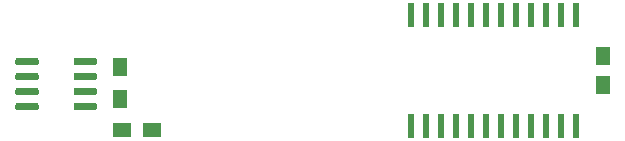
<source format=gbr>
G04 #@! TF.GenerationSoftware,KiCad,Pcbnew,(5.1.4-0-10_14)*
G04 #@! TF.CreationDate,2019-11-16T12:28:40+01:00*
G04 #@! TF.ProjectId,RWR Control Panel,52575220-436f-46e7-9472-6f6c2050616e,-*
G04 #@! TF.SameCoordinates,Original*
G04 #@! TF.FileFunction,Paste,Bot*
G04 #@! TF.FilePolarity,Positive*
%FSLAX46Y46*%
G04 Gerber Fmt 4.6, Leading zero omitted, Abs format (unit mm)*
G04 Created by KiCad (PCBNEW (5.1.4-0-10_14)) date 2019-11-16 12:28:40*
%MOMM*%
%LPD*%
G04 APERTURE LIST*
%ADD10C,0.100000*%
%ADD11C,0.600000*%
%ADD12R,1.500000X1.250000*%
%ADD13R,1.250000X1.500000*%
%ADD14R,1.300000X1.500000*%
%ADD15R,0.600000X2.000000*%
G04 APERTURE END LIST*
D10*
G36*
X113753903Y-94595122D02*
G01*
X113768464Y-94597282D01*
X113782743Y-94600859D01*
X113796603Y-94605818D01*
X113809910Y-94612112D01*
X113822536Y-94619680D01*
X113834359Y-94628448D01*
X113845266Y-94638334D01*
X113855152Y-94649241D01*
X113863920Y-94661064D01*
X113871488Y-94673690D01*
X113877782Y-94686997D01*
X113882741Y-94700857D01*
X113886318Y-94715136D01*
X113888478Y-94729697D01*
X113889200Y-94744400D01*
X113889200Y-95044400D01*
X113888478Y-95059103D01*
X113886318Y-95073664D01*
X113882741Y-95087943D01*
X113877782Y-95101803D01*
X113871488Y-95115110D01*
X113863920Y-95127736D01*
X113855152Y-95139559D01*
X113845266Y-95150466D01*
X113834359Y-95160352D01*
X113822536Y-95169120D01*
X113809910Y-95176688D01*
X113796603Y-95182982D01*
X113782743Y-95187941D01*
X113768464Y-95191518D01*
X113753903Y-95193678D01*
X113739200Y-95194400D01*
X112089200Y-95194400D01*
X112074497Y-95193678D01*
X112059936Y-95191518D01*
X112045657Y-95187941D01*
X112031797Y-95182982D01*
X112018490Y-95176688D01*
X112005864Y-95169120D01*
X111994041Y-95160352D01*
X111983134Y-95150466D01*
X111973248Y-95139559D01*
X111964480Y-95127736D01*
X111956912Y-95115110D01*
X111950618Y-95101803D01*
X111945659Y-95087943D01*
X111942082Y-95073664D01*
X111939922Y-95059103D01*
X111939200Y-95044400D01*
X111939200Y-94744400D01*
X111939922Y-94729697D01*
X111942082Y-94715136D01*
X111945659Y-94700857D01*
X111950618Y-94686997D01*
X111956912Y-94673690D01*
X111964480Y-94661064D01*
X111973248Y-94649241D01*
X111983134Y-94638334D01*
X111994041Y-94628448D01*
X112005864Y-94619680D01*
X112018490Y-94612112D01*
X112031797Y-94605818D01*
X112045657Y-94600859D01*
X112059936Y-94597282D01*
X112074497Y-94595122D01*
X112089200Y-94594400D01*
X113739200Y-94594400D01*
X113753903Y-94595122D01*
X113753903Y-94595122D01*
G37*
D11*
X112914200Y-94894400D03*
D10*
G36*
X113753903Y-93325122D02*
G01*
X113768464Y-93327282D01*
X113782743Y-93330859D01*
X113796603Y-93335818D01*
X113809910Y-93342112D01*
X113822536Y-93349680D01*
X113834359Y-93358448D01*
X113845266Y-93368334D01*
X113855152Y-93379241D01*
X113863920Y-93391064D01*
X113871488Y-93403690D01*
X113877782Y-93416997D01*
X113882741Y-93430857D01*
X113886318Y-93445136D01*
X113888478Y-93459697D01*
X113889200Y-93474400D01*
X113889200Y-93774400D01*
X113888478Y-93789103D01*
X113886318Y-93803664D01*
X113882741Y-93817943D01*
X113877782Y-93831803D01*
X113871488Y-93845110D01*
X113863920Y-93857736D01*
X113855152Y-93869559D01*
X113845266Y-93880466D01*
X113834359Y-93890352D01*
X113822536Y-93899120D01*
X113809910Y-93906688D01*
X113796603Y-93912982D01*
X113782743Y-93917941D01*
X113768464Y-93921518D01*
X113753903Y-93923678D01*
X113739200Y-93924400D01*
X112089200Y-93924400D01*
X112074497Y-93923678D01*
X112059936Y-93921518D01*
X112045657Y-93917941D01*
X112031797Y-93912982D01*
X112018490Y-93906688D01*
X112005864Y-93899120D01*
X111994041Y-93890352D01*
X111983134Y-93880466D01*
X111973248Y-93869559D01*
X111964480Y-93857736D01*
X111956912Y-93845110D01*
X111950618Y-93831803D01*
X111945659Y-93817943D01*
X111942082Y-93803664D01*
X111939922Y-93789103D01*
X111939200Y-93774400D01*
X111939200Y-93474400D01*
X111939922Y-93459697D01*
X111942082Y-93445136D01*
X111945659Y-93430857D01*
X111950618Y-93416997D01*
X111956912Y-93403690D01*
X111964480Y-93391064D01*
X111973248Y-93379241D01*
X111983134Y-93368334D01*
X111994041Y-93358448D01*
X112005864Y-93349680D01*
X112018490Y-93342112D01*
X112031797Y-93335818D01*
X112045657Y-93330859D01*
X112059936Y-93327282D01*
X112074497Y-93325122D01*
X112089200Y-93324400D01*
X113739200Y-93324400D01*
X113753903Y-93325122D01*
X113753903Y-93325122D01*
G37*
D11*
X112914200Y-93624400D03*
D10*
G36*
X113753903Y-92055122D02*
G01*
X113768464Y-92057282D01*
X113782743Y-92060859D01*
X113796603Y-92065818D01*
X113809910Y-92072112D01*
X113822536Y-92079680D01*
X113834359Y-92088448D01*
X113845266Y-92098334D01*
X113855152Y-92109241D01*
X113863920Y-92121064D01*
X113871488Y-92133690D01*
X113877782Y-92146997D01*
X113882741Y-92160857D01*
X113886318Y-92175136D01*
X113888478Y-92189697D01*
X113889200Y-92204400D01*
X113889200Y-92504400D01*
X113888478Y-92519103D01*
X113886318Y-92533664D01*
X113882741Y-92547943D01*
X113877782Y-92561803D01*
X113871488Y-92575110D01*
X113863920Y-92587736D01*
X113855152Y-92599559D01*
X113845266Y-92610466D01*
X113834359Y-92620352D01*
X113822536Y-92629120D01*
X113809910Y-92636688D01*
X113796603Y-92642982D01*
X113782743Y-92647941D01*
X113768464Y-92651518D01*
X113753903Y-92653678D01*
X113739200Y-92654400D01*
X112089200Y-92654400D01*
X112074497Y-92653678D01*
X112059936Y-92651518D01*
X112045657Y-92647941D01*
X112031797Y-92642982D01*
X112018490Y-92636688D01*
X112005864Y-92629120D01*
X111994041Y-92620352D01*
X111983134Y-92610466D01*
X111973248Y-92599559D01*
X111964480Y-92587736D01*
X111956912Y-92575110D01*
X111950618Y-92561803D01*
X111945659Y-92547943D01*
X111942082Y-92533664D01*
X111939922Y-92519103D01*
X111939200Y-92504400D01*
X111939200Y-92204400D01*
X111939922Y-92189697D01*
X111942082Y-92175136D01*
X111945659Y-92160857D01*
X111950618Y-92146997D01*
X111956912Y-92133690D01*
X111964480Y-92121064D01*
X111973248Y-92109241D01*
X111983134Y-92098334D01*
X111994041Y-92088448D01*
X112005864Y-92079680D01*
X112018490Y-92072112D01*
X112031797Y-92065818D01*
X112045657Y-92060859D01*
X112059936Y-92057282D01*
X112074497Y-92055122D01*
X112089200Y-92054400D01*
X113739200Y-92054400D01*
X113753903Y-92055122D01*
X113753903Y-92055122D01*
G37*
D11*
X112914200Y-92354400D03*
D10*
G36*
X113753903Y-90785122D02*
G01*
X113768464Y-90787282D01*
X113782743Y-90790859D01*
X113796603Y-90795818D01*
X113809910Y-90802112D01*
X113822536Y-90809680D01*
X113834359Y-90818448D01*
X113845266Y-90828334D01*
X113855152Y-90839241D01*
X113863920Y-90851064D01*
X113871488Y-90863690D01*
X113877782Y-90876997D01*
X113882741Y-90890857D01*
X113886318Y-90905136D01*
X113888478Y-90919697D01*
X113889200Y-90934400D01*
X113889200Y-91234400D01*
X113888478Y-91249103D01*
X113886318Y-91263664D01*
X113882741Y-91277943D01*
X113877782Y-91291803D01*
X113871488Y-91305110D01*
X113863920Y-91317736D01*
X113855152Y-91329559D01*
X113845266Y-91340466D01*
X113834359Y-91350352D01*
X113822536Y-91359120D01*
X113809910Y-91366688D01*
X113796603Y-91372982D01*
X113782743Y-91377941D01*
X113768464Y-91381518D01*
X113753903Y-91383678D01*
X113739200Y-91384400D01*
X112089200Y-91384400D01*
X112074497Y-91383678D01*
X112059936Y-91381518D01*
X112045657Y-91377941D01*
X112031797Y-91372982D01*
X112018490Y-91366688D01*
X112005864Y-91359120D01*
X111994041Y-91350352D01*
X111983134Y-91340466D01*
X111973248Y-91329559D01*
X111964480Y-91317736D01*
X111956912Y-91305110D01*
X111950618Y-91291803D01*
X111945659Y-91277943D01*
X111942082Y-91263664D01*
X111939922Y-91249103D01*
X111939200Y-91234400D01*
X111939200Y-90934400D01*
X111939922Y-90919697D01*
X111942082Y-90905136D01*
X111945659Y-90890857D01*
X111950618Y-90876997D01*
X111956912Y-90863690D01*
X111964480Y-90851064D01*
X111973248Y-90839241D01*
X111983134Y-90828334D01*
X111994041Y-90818448D01*
X112005864Y-90809680D01*
X112018490Y-90802112D01*
X112031797Y-90795818D01*
X112045657Y-90790859D01*
X112059936Y-90787282D01*
X112074497Y-90785122D01*
X112089200Y-90784400D01*
X113739200Y-90784400D01*
X113753903Y-90785122D01*
X113753903Y-90785122D01*
G37*
D11*
X112914200Y-91084400D03*
D10*
G36*
X108803903Y-90785122D02*
G01*
X108818464Y-90787282D01*
X108832743Y-90790859D01*
X108846603Y-90795818D01*
X108859910Y-90802112D01*
X108872536Y-90809680D01*
X108884359Y-90818448D01*
X108895266Y-90828334D01*
X108905152Y-90839241D01*
X108913920Y-90851064D01*
X108921488Y-90863690D01*
X108927782Y-90876997D01*
X108932741Y-90890857D01*
X108936318Y-90905136D01*
X108938478Y-90919697D01*
X108939200Y-90934400D01*
X108939200Y-91234400D01*
X108938478Y-91249103D01*
X108936318Y-91263664D01*
X108932741Y-91277943D01*
X108927782Y-91291803D01*
X108921488Y-91305110D01*
X108913920Y-91317736D01*
X108905152Y-91329559D01*
X108895266Y-91340466D01*
X108884359Y-91350352D01*
X108872536Y-91359120D01*
X108859910Y-91366688D01*
X108846603Y-91372982D01*
X108832743Y-91377941D01*
X108818464Y-91381518D01*
X108803903Y-91383678D01*
X108789200Y-91384400D01*
X107139200Y-91384400D01*
X107124497Y-91383678D01*
X107109936Y-91381518D01*
X107095657Y-91377941D01*
X107081797Y-91372982D01*
X107068490Y-91366688D01*
X107055864Y-91359120D01*
X107044041Y-91350352D01*
X107033134Y-91340466D01*
X107023248Y-91329559D01*
X107014480Y-91317736D01*
X107006912Y-91305110D01*
X107000618Y-91291803D01*
X106995659Y-91277943D01*
X106992082Y-91263664D01*
X106989922Y-91249103D01*
X106989200Y-91234400D01*
X106989200Y-90934400D01*
X106989922Y-90919697D01*
X106992082Y-90905136D01*
X106995659Y-90890857D01*
X107000618Y-90876997D01*
X107006912Y-90863690D01*
X107014480Y-90851064D01*
X107023248Y-90839241D01*
X107033134Y-90828334D01*
X107044041Y-90818448D01*
X107055864Y-90809680D01*
X107068490Y-90802112D01*
X107081797Y-90795818D01*
X107095657Y-90790859D01*
X107109936Y-90787282D01*
X107124497Y-90785122D01*
X107139200Y-90784400D01*
X108789200Y-90784400D01*
X108803903Y-90785122D01*
X108803903Y-90785122D01*
G37*
D11*
X107964200Y-91084400D03*
D10*
G36*
X108803903Y-92055122D02*
G01*
X108818464Y-92057282D01*
X108832743Y-92060859D01*
X108846603Y-92065818D01*
X108859910Y-92072112D01*
X108872536Y-92079680D01*
X108884359Y-92088448D01*
X108895266Y-92098334D01*
X108905152Y-92109241D01*
X108913920Y-92121064D01*
X108921488Y-92133690D01*
X108927782Y-92146997D01*
X108932741Y-92160857D01*
X108936318Y-92175136D01*
X108938478Y-92189697D01*
X108939200Y-92204400D01*
X108939200Y-92504400D01*
X108938478Y-92519103D01*
X108936318Y-92533664D01*
X108932741Y-92547943D01*
X108927782Y-92561803D01*
X108921488Y-92575110D01*
X108913920Y-92587736D01*
X108905152Y-92599559D01*
X108895266Y-92610466D01*
X108884359Y-92620352D01*
X108872536Y-92629120D01*
X108859910Y-92636688D01*
X108846603Y-92642982D01*
X108832743Y-92647941D01*
X108818464Y-92651518D01*
X108803903Y-92653678D01*
X108789200Y-92654400D01*
X107139200Y-92654400D01*
X107124497Y-92653678D01*
X107109936Y-92651518D01*
X107095657Y-92647941D01*
X107081797Y-92642982D01*
X107068490Y-92636688D01*
X107055864Y-92629120D01*
X107044041Y-92620352D01*
X107033134Y-92610466D01*
X107023248Y-92599559D01*
X107014480Y-92587736D01*
X107006912Y-92575110D01*
X107000618Y-92561803D01*
X106995659Y-92547943D01*
X106992082Y-92533664D01*
X106989922Y-92519103D01*
X106989200Y-92504400D01*
X106989200Y-92204400D01*
X106989922Y-92189697D01*
X106992082Y-92175136D01*
X106995659Y-92160857D01*
X107000618Y-92146997D01*
X107006912Y-92133690D01*
X107014480Y-92121064D01*
X107023248Y-92109241D01*
X107033134Y-92098334D01*
X107044041Y-92088448D01*
X107055864Y-92079680D01*
X107068490Y-92072112D01*
X107081797Y-92065818D01*
X107095657Y-92060859D01*
X107109936Y-92057282D01*
X107124497Y-92055122D01*
X107139200Y-92054400D01*
X108789200Y-92054400D01*
X108803903Y-92055122D01*
X108803903Y-92055122D01*
G37*
D11*
X107964200Y-92354400D03*
D10*
G36*
X108803903Y-93325122D02*
G01*
X108818464Y-93327282D01*
X108832743Y-93330859D01*
X108846603Y-93335818D01*
X108859910Y-93342112D01*
X108872536Y-93349680D01*
X108884359Y-93358448D01*
X108895266Y-93368334D01*
X108905152Y-93379241D01*
X108913920Y-93391064D01*
X108921488Y-93403690D01*
X108927782Y-93416997D01*
X108932741Y-93430857D01*
X108936318Y-93445136D01*
X108938478Y-93459697D01*
X108939200Y-93474400D01*
X108939200Y-93774400D01*
X108938478Y-93789103D01*
X108936318Y-93803664D01*
X108932741Y-93817943D01*
X108927782Y-93831803D01*
X108921488Y-93845110D01*
X108913920Y-93857736D01*
X108905152Y-93869559D01*
X108895266Y-93880466D01*
X108884359Y-93890352D01*
X108872536Y-93899120D01*
X108859910Y-93906688D01*
X108846603Y-93912982D01*
X108832743Y-93917941D01*
X108818464Y-93921518D01*
X108803903Y-93923678D01*
X108789200Y-93924400D01*
X107139200Y-93924400D01*
X107124497Y-93923678D01*
X107109936Y-93921518D01*
X107095657Y-93917941D01*
X107081797Y-93912982D01*
X107068490Y-93906688D01*
X107055864Y-93899120D01*
X107044041Y-93890352D01*
X107033134Y-93880466D01*
X107023248Y-93869559D01*
X107014480Y-93857736D01*
X107006912Y-93845110D01*
X107000618Y-93831803D01*
X106995659Y-93817943D01*
X106992082Y-93803664D01*
X106989922Y-93789103D01*
X106989200Y-93774400D01*
X106989200Y-93474400D01*
X106989922Y-93459697D01*
X106992082Y-93445136D01*
X106995659Y-93430857D01*
X107000618Y-93416997D01*
X107006912Y-93403690D01*
X107014480Y-93391064D01*
X107023248Y-93379241D01*
X107033134Y-93368334D01*
X107044041Y-93358448D01*
X107055864Y-93349680D01*
X107068490Y-93342112D01*
X107081797Y-93335818D01*
X107095657Y-93330859D01*
X107109936Y-93327282D01*
X107124497Y-93325122D01*
X107139200Y-93324400D01*
X108789200Y-93324400D01*
X108803903Y-93325122D01*
X108803903Y-93325122D01*
G37*
D11*
X107964200Y-93624400D03*
D10*
G36*
X108803903Y-94595122D02*
G01*
X108818464Y-94597282D01*
X108832743Y-94600859D01*
X108846603Y-94605818D01*
X108859910Y-94612112D01*
X108872536Y-94619680D01*
X108884359Y-94628448D01*
X108895266Y-94638334D01*
X108905152Y-94649241D01*
X108913920Y-94661064D01*
X108921488Y-94673690D01*
X108927782Y-94686997D01*
X108932741Y-94700857D01*
X108936318Y-94715136D01*
X108938478Y-94729697D01*
X108939200Y-94744400D01*
X108939200Y-95044400D01*
X108938478Y-95059103D01*
X108936318Y-95073664D01*
X108932741Y-95087943D01*
X108927782Y-95101803D01*
X108921488Y-95115110D01*
X108913920Y-95127736D01*
X108905152Y-95139559D01*
X108895266Y-95150466D01*
X108884359Y-95160352D01*
X108872536Y-95169120D01*
X108859910Y-95176688D01*
X108846603Y-95182982D01*
X108832743Y-95187941D01*
X108818464Y-95191518D01*
X108803903Y-95193678D01*
X108789200Y-95194400D01*
X107139200Y-95194400D01*
X107124497Y-95193678D01*
X107109936Y-95191518D01*
X107095657Y-95187941D01*
X107081797Y-95182982D01*
X107068490Y-95176688D01*
X107055864Y-95169120D01*
X107044041Y-95160352D01*
X107033134Y-95150466D01*
X107023248Y-95139559D01*
X107014480Y-95127736D01*
X107006912Y-95115110D01*
X107000618Y-95101803D01*
X106995659Y-95087943D01*
X106992082Y-95073664D01*
X106989922Y-95059103D01*
X106989200Y-95044400D01*
X106989200Y-94744400D01*
X106989922Y-94729697D01*
X106992082Y-94715136D01*
X106995659Y-94700857D01*
X107000618Y-94686997D01*
X107006912Y-94673690D01*
X107014480Y-94661064D01*
X107023248Y-94649241D01*
X107033134Y-94638334D01*
X107044041Y-94628448D01*
X107055864Y-94619680D01*
X107068490Y-94612112D01*
X107081797Y-94605818D01*
X107095657Y-94600859D01*
X107109936Y-94597282D01*
X107124497Y-94595122D01*
X107139200Y-94594400D01*
X108789200Y-94594400D01*
X108803903Y-94595122D01*
X108803903Y-94595122D01*
G37*
D11*
X107964200Y-94894400D03*
D12*
X116008150Y-96907350D03*
X118508150Y-96907350D03*
D13*
X156749750Y-93082750D03*
X156749750Y-90582750D03*
D14*
X115855750Y-91544150D03*
X115855750Y-94244150D03*
D15*
X154412950Y-87127350D03*
X153142950Y-87127350D03*
X151872950Y-87127350D03*
X150602950Y-87127350D03*
X149332950Y-87127350D03*
X148062950Y-87127350D03*
X146792950Y-87127350D03*
X145522950Y-87127350D03*
X144252950Y-87127350D03*
X142982950Y-87127350D03*
X141712950Y-87127350D03*
X140442950Y-87127350D03*
X140442950Y-96527350D03*
X141712950Y-96527350D03*
X142982950Y-96527350D03*
X144252950Y-96527350D03*
X145522950Y-96527350D03*
X146792950Y-96527350D03*
X148062950Y-96527350D03*
X149332950Y-96527350D03*
X150602950Y-96527350D03*
X151872950Y-96527350D03*
X153142950Y-96527350D03*
X154412950Y-96527350D03*
M02*

</source>
